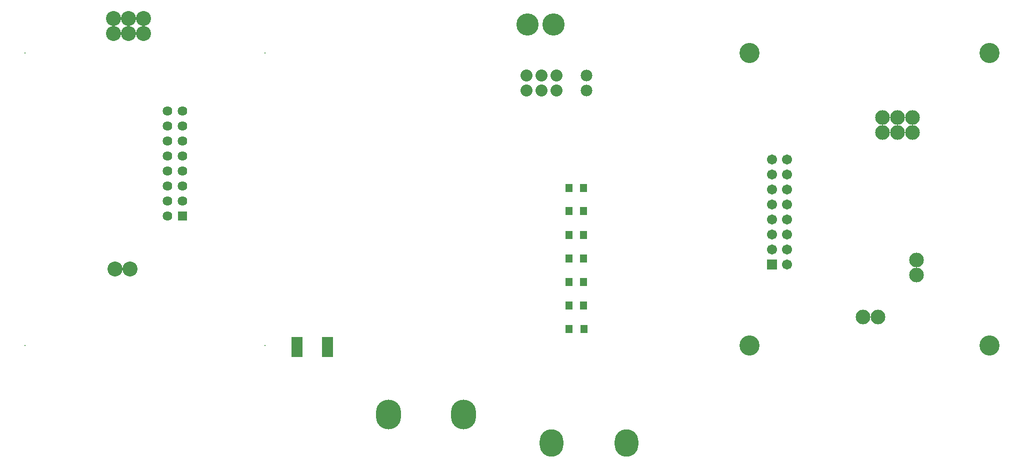
<source format=gts>
G04 Layer_Color=8388736*
%FSLAX24Y24*%
%MOIN*%
G70*
G01*
G75*
%ADD44R,0.0781X0.1320*%
%ADD45R,0.0513X0.0572*%
%ADD46C,0.0080*%
%ADD47C,0.0640*%
%ADD48R,0.0640X0.0640*%
%ADD49C,0.1000*%
%ADD50O,0.1680X0.1980*%
%ADD51C,0.1340*%
%ADD52C,0.1480*%
%ADD53O,0.1580X0.1830*%
%ADD54C,0.0671*%
%ADD55R,0.0671X0.0671*%
%ADD56C,0.0980*%
%ADD57C,0.0800*%
%ADD58C,0.0780*%
D44*
X21070Y10500D02*
D03*
X23130D02*
D03*
D45*
X40192Y21100D02*
D03*
X39208D02*
D03*
X40197Y17985D02*
D03*
X39213D02*
D03*
X40197Y13261D02*
D03*
X39213D02*
D03*
X40197Y16410D02*
D03*
X39213D02*
D03*
X40197Y14835D02*
D03*
X39213D02*
D03*
X40204Y11686D02*
D03*
X39220D02*
D03*
X40197Y19565D02*
D03*
X39213D02*
D03*
D46*
X18950Y30115D02*
D03*
X2950D02*
D03*
Y10615D02*
D03*
X18950D02*
D03*
D47*
X12450Y19250D02*
D03*
Y20250D02*
D03*
X13450D02*
D03*
X12450Y21250D02*
D03*
X13450D02*
D03*
X12450Y22250D02*
D03*
X13450D02*
D03*
X12450Y23250D02*
D03*
X13450D02*
D03*
X12450Y24250D02*
D03*
X13450D02*
D03*
X12450Y25250D02*
D03*
X13450D02*
D03*
X12450Y26250D02*
D03*
X13450D02*
D03*
D48*
Y19250D02*
D03*
D49*
X9840Y31390D02*
D03*
X10840D02*
D03*
Y32390D02*
D03*
X9840D02*
D03*
X8840D02*
D03*
Y31390D02*
D03*
X8950Y15700D02*
D03*
X9950D02*
D03*
D50*
X32200Y5990D02*
D03*
X27200D02*
D03*
D51*
X51250Y30117D02*
D03*
X67250D02*
D03*
Y10617D02*
D03*
X51250D02*
D03*
D52*
X36450Y32000D02*
D03*
X38200D02*
D03*
D53*
X38035Y4094D02*
D03*
X43035D02*
D03*
D54*
X53750Y23000D02*
D03*
X52750D02*
D03*
X53750Y22000D02*
D03*
X52750D02*
D03*
X53750Y21000D02*
D03*
X52750D02*
D03*
X53750Y20000D02*
D03*
X52750D02*
D03*
X53750Y19000D02*
D03*
X52750D02*
D03*
X53750Y18000D02*
D03*
X52750D02*
D03*
X53750Y17000D02*
D03*
X52750D02*
D03*
X53750Y16000D02*
D03*
D55*
X52750D02*
D03*
D56*
X62132Y24790D02*
D03*
Y25790D02*
D03*
X61132D02*
D03*
X60132D02*
D03*
Y24790D02*
D03*
X61132D02*
D03*
X62382Y16290D02*
D03*
Y15290D02*
D03*
X59832Y12490D02*
D03*
X58832D02*
D03*
D57*
X38400Y28600D02*
D03*
Y27600D02*
D03*
X37400Y28600D02*
D03*
Y27600D02*
D03*
X36400Y28600D02*
D03*
Y27600D02*
D03*
D58*
X40400Y28600D02*
D03*
Y27600D02*
D03*
M02*

</source>
